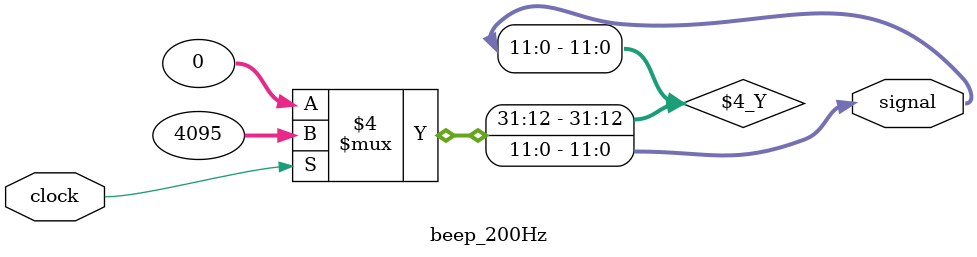
<source format=v>
`timescale 1ns / 1ps


module beep_200Hz(
    input clock,
    output reg [11:0] signal
    );
    
    always @ (clock) begin
        signal = (clock == 1) ? 12'hFFF : 0;
    end
endmodule

</source>
